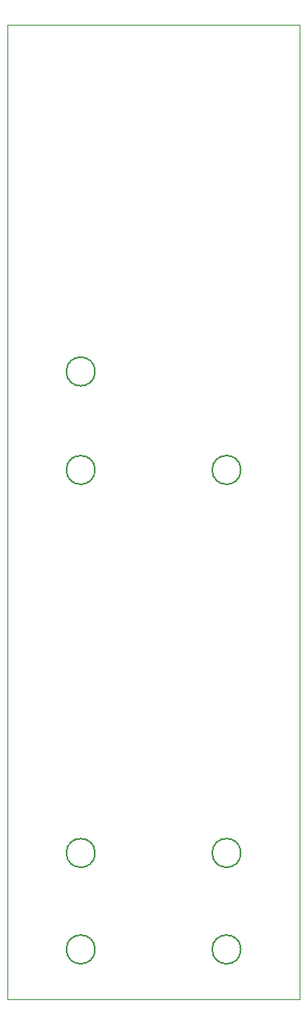
<source format=gbr>
%TF.GenerationSoftware,KiCad,Pcbnew,(6.0.0-0)*%
%TF.CreationDate,2022-01-16T08:33:06+00:00*%
%TF.ProjectId,curly-memory-interface-board,6375726c-792d-46d6-956d-6f72792d696e,rev?*%
%TF.SameCoordinates,Original*%
%TF.FileFunction,Profile,NP*%
%FSLAX46Y46*%
G04 Gerber Fmt 4.6, Leading zero omitted, Abs format (unit mm)*
G04 Created by KiCad (PCBNEW (6.0.0-0)) date 2022-01-16 08:33:06*
%MOMM*%
%LPD*%
G01*
G04 APERTURE LIST*
%TA.AperFunction,Profile*%
%ADD10C,0.200000*%
%TD*%
%TA.AperFunction,Profile*%
%ADD11C,0.100000*%
%TD*%
G04 APERTURE END LIST*
D10*
X23974290Y-94900000D02*
G75*
G03*
X23974290Y-94900000I-1474290J0D01*
G01*
D11*
X0Y0D02*
X0Y-100000000D01*
D10*
X8974290Y-35600000D02*
G75*
G03*
X8974290Y-35600000I-1474290J0D01*
G01*
D11*
X30000000Y-100000000D02*
X30000000Y0D01*
D10*
X8974290Y-94900000D02*
G75*
G03*
X8974290Y-94900000I-1474290J0D01*
G01*
X8974290Y-85000000D02*
G75*
G03*
X8974290Y-85000000I-1474290J0D01*
G01*
X8974290Y-45700000D02*
G75*
G03*
X8974290Y-45700000I-1474290J0D01*
G01*
D11*
X0Y0D02*
X30000000Y0D01*
D10*
X23974290Y-45700000D02*
G75*
G03*
X23974290Y-45700000I-1474290J0D01*
G01*
D11*
X0Y-100000000D02*
X30000000Y-100000000D01*
D10*
X23974290Y-85000000D02*
G75*
G03*
X23974290Y-85000000I-1474290J0D01*
G01*
M02*

</source>
